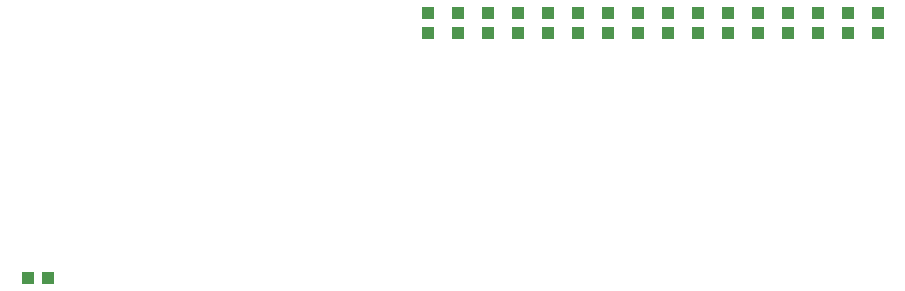
<source format=gbr>
G04 EAGLE Gerber RS-274X export*
G75*
%MOMM*%
%FSLAX34Y34*%
%LPD*%
%INSolderpaste Bottom*%
%IPPOS*%
%AMOC8*
5,1,8,0,0,1.08239X$1,22.5*%
G01*
%ADD10R,1.100000X1.000000*%
%ADD11R,1.000000X1.100000*%


D10*
X630800Y266700D03*
X613800Y266700D03*
D11*
X1130300Y491100D03*
X1130300Y474100D03*
X1104900Y491100D03*
X1104900Y474100D03*
X1079500Y491100D03*
X1079500Y474100D03*
X1054100Y491100D03*
X1054100Y474100D03*
X1028700Y491100D03*
X1028700Y474100D03*
X1003300Y491100D03*
X1003300Y474100D03*
X977900Y491100D03*
X977900Y474100D03*
X952500Y491100D03*
X952500Y474100D03*
X1333500Y491100D03*
X1333500Y474100D03*
X1308100Y491100D03*
X1308100Y474100D03*
X1282700Y491100D03*
X1282700Y474100D03*
X1257300Y491100D03*
X1257300Y474100D03*
X1231900Y491100D03*
X1231900Y474100D03*
X1206500Y491100D03*
X1206500Y474100D03*
X1181100Y491100D03*
X1181100Y474100D03*
X1155700Y491100D03*
X1155700Y474100D03*
M02*

</source>
